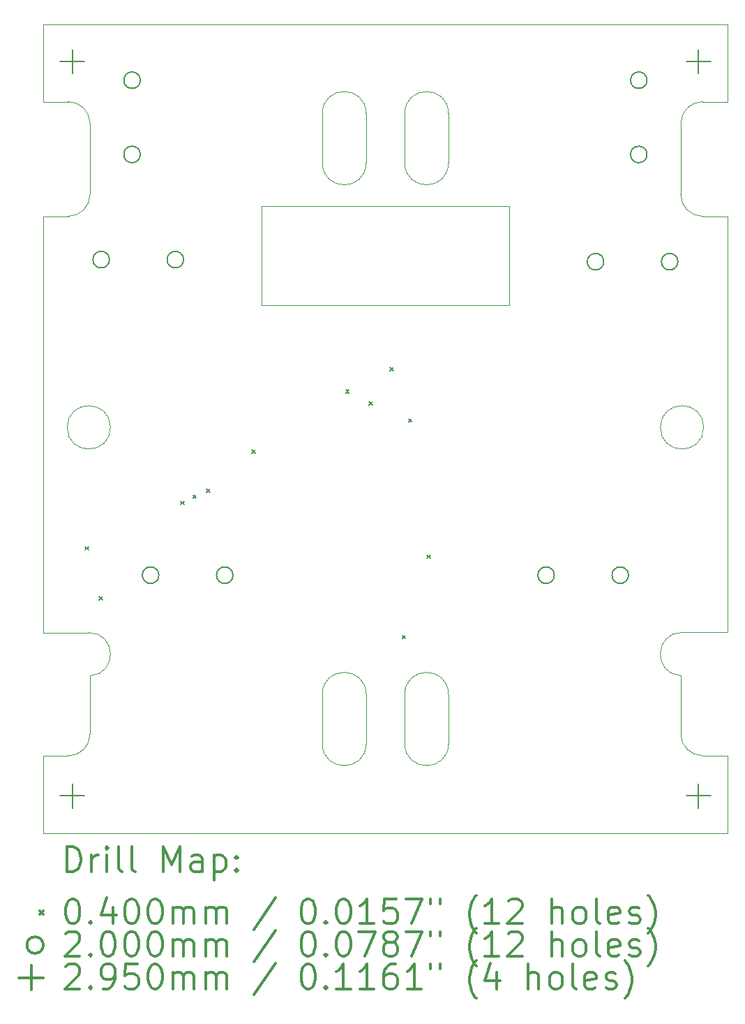
<source format=gbr>
%FSLAX45Y45*%
G04 Gerber Fmt 4.5, Leading zero omitted, Abs format (unit mm)*
G04 Created by KiCad (PCBNEW (5.1.10)-1) date 2022-06-07 21:34:29*
%MOMM*%
%LPD*%
G01*
G04 APERTURE LIST*
%TA.AperFunction,Profile*%
%ADD10C,0.050000*%
%TD*%
%ADD11C,0.200000*%
%ADD12C,0.300000*%
G04 APERTURE END LIST*
D10*
X18000000Y-5910000D02*
G75*
G03*
X17735000Y-6175000I0J-265000D01*
G01*
X18000000Y-5910000D02*
X18300000Y-5910000D01*
X17735000Y-7035000D02*
G75*
G03*
X18000000Y-7300000I265000J0D01*
G01*
X17735000Y-7035000D02*
X17735000Y-6175000D01*
X18000000Y-7300000D02*
X18300000Y-7300000D01*
X18300000Y-5910000D02*
X18300000Y-4975000D01*
X18300000Y-12343500D02*
X18300000Y-7300000D01*
X18300000Y-14775000D02*
X18300000Y-13838000D01*
X10000000Y-13840000D02*
X10000000Y-14775000D01*
X10000000Y-7300000D02*
X10000000Y-12345500D01*
X10000000Y-4975000D02*
X10000000Y-5910000D01*
X17750000Y-12343500D02*
X18300000Y-12343500D01*
X18000000Y-13838000D02*
G75*
G02*
X17735000Y-13573000I0J265000D01*
G01*
X18000000Y-13838000D02*
X18300000Y-13838000D01*
X17735000Y-12868000D02*
X17735000Y-13573000D01*
X17750000Y-12343571D02*
G75*
G03*
X17735000Y-12868000I0J-262429D01*
G01*
X10550000Y-12345571D02*
G75*
G02*
X10565000Y-12870000I0J-262429D01*
G01*
X10550000Y-12345500D02*
X10000000Y-12345500D01*
X10300000Y-13840000D02*
G75*
G03*
X10565000Y-13575000I0J265000D01*
G01*
X10565000Y-12870000D02*
X10565000Y-13575000D01*
X10300000Y-13840000D02*
X10000000Y-13840000D01*
X10300000Y-7300000D02*
X10000000Y-7300000D01*
X10565000Y-7035000D02*
X10565000Y-6175000D01*
X10565000Y-7035000D02*
G75*
G02*
X10300000Y-7300000I-265000J0D01*
G01*
X10300000Y-5910000D02*
X10000000Y-5910000D01*
X10300000Y-5910000D02*
G75*
G02*
X10565000Y-6175000I0J-265000D01*
G01*
X12650000Y-8375000D02*
X12650000Y-7175000D01*
X15650000Y-8375000D02*
X12650000Y-8375000D01*
X15650000Y-7175000D02*
X15650000Y-8375000D01*
X12650000Y-7175000D02*
X15650000Y-7175000D01*
X14915000Y-13693000D02*
G75*
G02*
X14385000Y-13693000I-265000J0D01*
G01*
X14385000Y-13093000D02*
G75*
G02*
X14915000Y-13093000I265000J0D01*
G01*
X13915000Y-13693000D02*
G75*
G02*
X13385000Y-13693000I-265000J0D01*
G01*
X13385000Y-13093000D02*
G75*
G02*
X13915000Y-13093000I265000J0D01*
G01*
X14915000Y-6653000D02*
G75*
G02*
X14385000Y-6653000I-265000J0D01*
G01*
X14385000Y-6053000D02*
G75*
G02*
X14915000Y-6053000I265000J0D01*
G01*
X13915000Y-6653000D02*
G75*
G02*
X13385000Y-6653000I-265000J0D01*
G01*
X13385000Y-6053000D02*
G75*
G02*
X13915000Y-6053000I265000J0D01*
G01*
X14915000Y-13693000D02*
X14915000Y-13093000D01*
X14385000Y-13093000D02*
X14385000Y-13693000D01*
X13915000Y-13693000D02*
X13915000Y-13093000D01*
X13385000Y-13093000D02*
X13385000Y-13693000D01*
X14915000Y-6053000D02*
X14915000Y-6653000D01*
X14385000Y-6053000D02*
X14385000Y-6653000D01*
X13915000Y-6053000D02*
X13915000Y-6653000D01*
X13385000Y-6653000D02*
X13385000Y-6053000D01*
X18012500Y-9858000D02*
G75*
G03*
X18012500Y-9858000I-262500J0D01*
G01*
X10812500Y-9858000D02*
G75*
G03*
X10812500Y-9858000I-262500J0D01*
G01*
X18300000Y-4975000D02*
X10000000Y-4975000D01*
X10000000Y-14775000D02*
X18300000Y-14775000D01*
D11*
X10505000Y-11305000D02*
X10545000Y-11345000D01*
X10545000Y-11305000D02*
X10505000Y-11345000D01*
X10672500Y-11912500D02*
X10712500Y-11952500D01*
X10712500Y-11912500D02*
X10672500Y-11952500D01*
X11669100Y-10755000D02*
X11709100Y-10795000D01*
X11709100Y-10755000D02*
X11669100Y-10795000D01*
X11815150Y-10678300D02*
X11855150Y-10718300D01*
X11855150Y-10678300D02*
X11815150Y-10718300D01*
X11980000Y-10605000D02*
X12020000Y-10645000D01*
X12020000Y-10605000D02*
X11980000Y-10645000D01*
X12530000Y-10130000D02*
X12570000Y-10170000D01*
X12570000Y-10130000D02*
X12530000Y-10170000D01*
X13669350Y-9401950D02*
X13709350Y-9441950D01*
X13709350Y-9401950D02*
X13669350Y-9441950D01*
X13955100Y-9548000D02*
X13995100Y-9588000D01*
X13995100Y-9548000D02*
X13955100Y-9588000D01*
X14205000Y-9130000D02*
X14245000Y-9170000D01*
X14245000Y-9130000D02*
X14205000Y-9170000D01*
X14355000Y-12380000D02*
X14395000Y-12420000D01*
X14395000Y-12380000D02*
X14355000Y-12420000D01*
X14430000Y-9755000D02*
X14470000Y-9795000D01*
X14470000Y-9755000D02*
X14430000Y-9795000D01*
X14655000Y-11405000D02*
X14695000Y-11445000D01*
X14695000Y-11405000D02*
X14655000Y-11445000D01*
X10800000Y-7825000D02*
G75*
G03*
X10800000Y-7825000I-100000J0D01*
G01*
X11175000Y-5650000D02*
G75*
G03*
X11175000Y-5650000I-100000J0D01*
G01*
X11175000Y-6550000D02*
G75*
G03*
X11175000Y-6550000I-100000J0D01*
G01*
X11400000Y-11650000D02*
G75*
G03*
X11400000Y-11650000I-100000J0D01*
G01*
X11700000Y-7825000D02*
G75*
G03*
X11700000Y-7825000I-100000J0D01*
G01*
X12300000Y-11650000D02*
G75*
G03*
X12300000Y-11650000I-100000J0D01*
G01*
X16200000Y-11650000D02*
G75*
G03*
X16200000Y-11650000I-100000J0D01*
G01*
X16800000Y-7850000D02*
G75*
G03*
X16800000Y-7850000I-100000J0D01*
G01*
X17100000Y-11650000D02*
G75*
G03*
X17100000Y-11650000I-100000J0D01*
G01*
X17325000Y-5650000D02*
G75*
G03*
X17325000Y-5650000I-100000J0D01*
G01*
X17325000Y-6550000D02*
G75*
G03*
X17325000Y-6550000I-100000J0D01*
G01*
X17700000Y-7850000D02*
G75*
G03*
X17700000Y-7850000I-100000J0D01*
G01*
X10350000Y-5275500D02*
X10350000Y-5570500D01*
X10202500Y-5423000D02*
X10497500Y-5423000D01*
X10350000Y-14175500D02*
X10350000Y-14470500D01*
X10202500Y-14323000D02*
X10497500Y-14323000D01*
X17950000Y-5275500D02*
X17950000Y-5570500D01*
X17802500Y-5423000D02*
X18097500Y-5423000D01*
X17950000Y-14175500D02*
X17950000Y-14470500D01*
X17802500Y-14323000D02*
X18097500Y-14323000D01*
D12*
X10283928Y-15243214D02*
X10283928Y-14943214D01*
X10355357Y-14943214D01*
X10398214Y-14957500D01*
X10426786Y-14986071D01*
X10441071Y-15014643D01*
X10455357Y-15071786D01*
X10455357Y-15114643D01*
X10441071Y-15171786D01*
X10426786Y-15200357D01*
X10398214Y-15228929D01*
X10355357Y-15243214D01*
X10283928Y-15243214D01*
X10583928Y-15243214D02*
X10583928Y-15043214D01*
X10583928Y-15100357D02*
X10598214Y-15071786D01*
X10612500Y-15057500D01*
X10641071Y-15043214D01*
X10669643Y-15043214D01*
X10769643Y-15243214D02*
X10769643Y-15043214D01*
X10769643Y-14943214D02*
X10755357Y-14957500D01*
X10769643Y-14971786D01*
X10783928Y-14957500D01*
X10769643Y-14943214D01*
X10769643Y-14971786D01*
X10955357Y-15243214D02*
X10926786Y-15228929D01*
X10912500Y-15200357D01*
X10912500Y-14943214D01*
X11112500Y-15243214D02*
X11083928Y-15228929D01*
X11069643Y-15200357D01*
X11069643Y-14943214D01*
X11455357Y-15243214D02*
X11455357Y-14943214D01*
X11555357Y-15157500D01*
X11655357Y-14943214D01*
X11655357Y-15243214D01*
X11926786Y-15243214D02*
X11926786Y-15086071D01*
X11912500Y-15057500D01*
X11883928Y-15043214D01*
X11826786Y-15043214D01*
X11798214Y-15057500D01*
X11926786Y-15228929D02*
X11898214Y-15243214D01*
X11826786Y-15243214D01*
X11798214Y-15228929D01*
X11783928Y-15200357D01*
X11783928Y-15171786D01*
X11798214Y-15143214D01*
X11826786Y-15128929D01*
X11898214Y-15128929D01*
X11926786Y-15114643D01*
X12069643Y-15043214D02*
X12069643Y-15343214D01*
X12069643Y-15057500D02*
X12098214Y-15043214D01*
X12155357Y-15043214D01*
X12183928Y-15057500D01*
X12198214Y-15071786D01*
X12212500Y-15100357D01*
X12212500Y-15186071D01*
X12198214Y-15214643D01*
X12183928Y-15228929D01*
X12155357Y-15243214D01*
X12098214Y-15243214D01*
X12069643Y-15228929D01*
X12341071Y-15214643D02*
X12355357Y-15228929D01*
X12341071Y-15243214D01*
X12326786Y-15228929D01*
X12341071Y-15214643D01*
X12341071Y-15243214D01*
X12341071Y-15057500D02*
X12355357Y-15071786D01*
X12341071Y-15086071D01*
X12326786Y-15071786D01*
X12341071Y-15057500D01*
X12341071Y-15086071D01*
X9957500Y-15717500D02*
X9997500Y-15757500D01*
X9997500Y-15717500D02*
X9957500Y-15757500D01*
X10341071Y-15573214D02*
X10369643Y-15573214D01*
X10398214Y-15587500D01*
X10412500Y-15601786D01*
X10426786Y-15630357D01*
X10441071Y-15687500D01*
X10441071Y-15758929D01*
X10426786Y-15816071D01*
X10412500Y-15844643D01*
X10398214Y-15858929D01*
X10369643Y-15873214D01*
X10341071Y-15873214D01*
X10312500Y-15858929D01*
X10298214Y-15844643D01*
X10283928Y-15816071D01*
X10269643Y-15758929D01*
X10269643Y-15687500D01*
X10283928Y-15630357D01*
X10298214Y-15601786D01*
X10312500Y-15587500D01*
X10341071Y-15573214D01*
X10569643Y-15844643D02*
X10583928Y-15858929D01*
X10569643Y-15873214D01*
X10555357Y-15858929D01*
X10569643Y-15844643D01*
X10569643Y-15873214D01*
X10841071Y-15673214D02*
X10841071Y-15873214D01*
X10769643Y-15558929D02*
X10698214Y-15773214D01*
X10883928Y-15773214D01*
X11055357Y-15573214D02*
X11083928Y-15573214D01*
X11112500Y-15587500D01*
X11126786Y-15601786D01*
X11141071Y-15630357D01*
X11155357Y-15687500D01*
X11155357Y-15758929D01*
X11141071Y-15816071D01*
X11126786Y-15844643D01*
X11112500Y-15858929D01*
X11083928Y-15873214D01*
X11055357Y-15873214D01*
X11026786Y-15858929D01*
X11012500Y-15844643D01*
X10998214Y-15816071D01*
X10983928Y-15758929D01*
X10983928Y-15687500D01*
X10998214Y-15630357D01*
X11012500Y-15601786D01*
X11026786Y-15587500D01*
X11055357Y-15573214D01*
X11341071Y-15573214D02*
X11369643Y-15573214D01*
X11398214Y-15587500D01*
X11412500Y-15601786D01*
X11426786Y-15630357D01*
X11441071Y-15687500D01*
X11441071Y-15758929D01*
X11426786Y-15816071D01*
X11412500Y-15844643D01*
X11398214Y-15858929D01*
X11369643Y-15873214D01*
X11341071Y-15873214D01*
X11312500Y-15858929D01*
X11298214Y-15844643D01*
X11283928Y-15816071D01*
X11269643Y-15758929D01*
X11269643Y-15687500D01*
X11283928Y-15630357D01*
X11298214Y-15601786D01*
X11312500Y-15587500D01*
X11341071Y-15573214D01*
X11569643Y-15873214D02*
X11569643Y-15673214D01*
X11569643Y-15701786D02*
X11583928Y-15687500D01*
X11612500Y-15673214D01*
X11655357Y-15673214D01*
X11683928Y-15687500D01*
X11698214Y-15716071D01*
X11698214Y-15873214D01*
X11698214Y-15716071D02*
X11712500Y-15687500D01*
X11741071Y-15673214D01*
X11783928Y-15673214D01*
X11812500Y-15687500D01*
X11826786Y-15716071D01*
X11826786Y-15873214D01*
X11969643Y-15873214D02*
X11969643Y-15673214D01*
X11969643Y-15701786D02*
X11983928Y-15687500D01*
X12012500Y-15673214D01*
X12055357Y-15673214D01*
X12083928Y-15687500D01*
X12098214Y-15716071D01*
X12098214Y-15873214D01*
X12098214Y-15716071D02*
X12112500Y-15687500D01*
X12141071Y-15673214D01*
X12183928Y-15673214D01*
X12212500Y-15687500D01*
X12226786Y-15716071D01*
X12226786Y-15873214D01*
X12812500Y-15558929D02*
X12555357Y-15944643D01*
X13198214Y-15573214D02*
X13226786Y-15573214D01*
X13255357Y-15587500D01*
X13269643Y-15601786D01*
X13283928Y-15630357D01*
X13298214Y-15687500D01*
X13298214Y-15758929D01*
X13283928Y-15816071D01*
X13269643Y-15844643D01*
X13255357Y-15858929D01*
X13226786Y-15873214D01*
X13198214Y-15873214D01*
X13169643Y-15858929D01*
X13155357Y-15844643D01*
X13141071Y-15816071D01*
X13126786Y-15758929D01*
X13126786Y-15687500D01*
X13141071Y-15630357D01*
X13155357Y-15601786D01*
X13169643Y-15587500D01*
X13198214Y-15573214D01*
X13426786Y-15844643D02*
X13441071Y-15858929D01*
X13426786Y-15873214D01*
X13412500Y-15858929D01*
X13426786Y-15844643D01*
X13426786Y-15873214D01*
X13626786Y-15573214D02*
X13655357Y-15573214D01*
X13683928Y-15587500D01*
X13698214Y-15601786D01*
X13712500Y-15630357D01*
X13726786Y-15687500D01*
X13726786Y-15758929D01*
X13712500Y-15816071D01*
X13698214Y-15844643D01*
X13683928Y-15858929D01*
X13655357Y-15873214D01*
X13626786Y-15873214D01*
X13598214Y-15858929D01*
X13583928Y-15844643D01*
X13569643Y-15816071D01*
X13555357Y-15758929D01*
X13555357Y-15687500D01*
X13569643Y-15630357D01*
X13583928Y-15601786D01*
X13598214Y-15587500D01*
X13626786Y-15573214D01*
X14012500Y-15873214D02*
X13841071Y-15873214D01*
X13926786Y-15873214D02*
X13926786Y-15573214D01*
X13898214Y-15616071D01*
X13869643Y-15644643D01*
X13841071Y-15658929D01*
X14283928Y-15573214D02*
X14141071Y-15573214D01*
X14126786Y-15716071D01*
X14141071Y-15701786D01*
X14169643Y-15687500D01*
X14241071Y-15687500D01*
X14269643Y-15701786D01*
X14283928Y-15716071D01*
X14298214Y-15744643D01*
X14298214Y-15816071D01*
X14283928Y-15844643D01*
X14269643Y-15858929D01*
X14241071Y-15873214D01*
X14169643Y-15873214D01*
X14141071Y-15858929D01*
X14126786Y-15844643D01*
X14398214Y-15573214D02*
X14598214Y-15573214D01*
X14469643Y-15873214D01*
X14698214Y-15573214D02*
X14698214Y-15630357D01*
X14812500Y-15573214D02*
X14812500Y-15630357D01*
X15255357Y-15987500D02*
X15241071Y-15973214D01*
X15212500Y-15930357D01*
X15198214Y-15901786D01*
X15183928Y-15858929D01*
X15169643Y-15787500D01*
X15169643Y-15730357D01*
X15183928Y-15658929D01*
X15198214Y-15616071D01*
X15212500Y-15587500D01*
X15241071Y-15544643D01*
X15255357Y-15530357D01*
X15526786Y-15873214D02*
X15355357Y-15873214D01*
X15441071Y-15873214D02*
X15441071Y-15573214D01*
X15412500Y-15616071D01*
X15383928Y-15644643D01*
X15355357Y-15658929D01*
X15641071Y-15601786D02*
X15655357Y-15587500D01*
X15683928Y-15573214D01*
X15755357Y-15573214D01*
X15783928Y-15587500D01*
X15798214Y-15601786D01*
X15812500Y-15630357D01*
X15812500Y-15658929D01*
X15798214Y-15701786D01*
X15626786Y-15873214D01*
X15812500Y-15873214D01*
X16169643Y-15873214D02*
X16169643Y-15573214D01*
X16298214Y-15873214D02*
X16298214Y-15716071D01*
X16283928Y-15687500D01*
X16255357Y-15673214D01*
X16212500Y-15673214D01*
X16183928Y-15687500D01*
X16169643Y-15701786D01*
X16483928Y-15873214D02*
X16455357Y-15858929D01*
X16441071Y-15844643D01*
X16426786Y-15816071D01*
X16426786Y-15730357D01*
X16441071Y-15701786D01*
X16455357Y-15687500D01*
X16483928Y-15673214D01*
X16526786Y-15673214D01*
X16555357Y-15687500D01*
X16569643Y-15701786D01*
X16583928Y-15730357D01*
X16583928Y-15816071D01*
X16569643Y-15844643D01*
X16555357Y-15858929D01*
X16526786Y-15873214D01*
X16483928Y-15873214D01*
X16755357Y-15873214D02*
X16726786Y-15858929D01*
X16712500Y-15830357D01*
X16712500Y-15573214D01*
X16983928Y-15858929D02*
X16955357Y-15873214D01*
X16898214Y-15873214D01*
X16869643Y-15858929D01*
X16855357Y-15830357D01*
X16855357Y-15716071D01*
X16869643Y-15687500D01*
X16898214Y-15673214D01*
X16955357Y-15673214D01*
X16983928Y-15687500D01*
X16998214Y-15716071D01*
X16998214Y-15744643D01*
X16855357Y-15773214D01*
X17112500Y-15858929D02*
X17141071Y-15873214D01*
X17198214Y-15873214D01*
X17226786Y-15858929D01*
X17241071Y-15830357D01*
X17241071Y-15816071D01*
X17226786Y-15787500D01*
X17198214Y-15773214D01*
X17155357Y-15773214D01*
X17126786Y-15758929D01*
X17112500Y-15730357D01*
X17112500Y-15716071D01*
X17126786Y-15687500D01*
X17155357Y-15673214D01*
X17198214Y-15673214D01*
X17226786Y-15687500D01*
X17341071Y-15987500D02*
X17355357Y-15973214D01*
X17383928Y-15930357D01*
X17398214Y-15901786D01*
X17412500Y-15858929D01*
X17426786Y-15787500D01*
X17426786Y-15730357D01*
X17412500Y-15658929D01*
X17398214Y-15616071D01*
X17383928Y-15587500D01*
X17355357Y-15544643D01*
X17341071Y-15530357D01*
X9997500Y-16133500D02*
G75*
G03*
X9997500Y-16133500I-100000J0D01*
G01*
X10269643Y-15997786D02*
X10283928Y-15983500D01*
X10312500Y-15969214D01*
X10383928Y-15969214D01*
X10412500Y-15983500D01*
X10426786Y-15997786D01*
X10441071Y-16026357D01*
X10441071Y-16054929D01*
X10426786Y-16097786D01*
X10255357Y-16269214D01*
X10441071Y-16269214D01*
X10569643Y-16240643D02*
X10583928Y-16254929D01*
X10569643Y-16269214D01*
X10555357Y-16254929D01*
X10569643Y-16240643D01*
X10569643Y-16269214D01*
X10769643Y-15969214D02*
X10798214Y-15969214D01*
X10826786Y-15983500D01*
X10841071Y-15997786D01*
X10855357Y-16026357D01*
X10869643Y-16083500D01*
X10869643Y-16154929D01*
X10855357Y-16212071D01*
X10841071Y-16240643D01*
X10826786Y-16254929D01*
X10798214Y-16269214D01*
X10769643Y-16269214D01*
X10741071Y-16254929D01*
X10726786Y-16240643D01*
X10712500Y-16212071D01*
X10698214Y-16154929D01*
X10698214Y-16083500D01*
X10712500Y-16026357D01*
X10726786Y-15997786D01*
X10741071Y-15983500D01*
X10769643Y-15969214D01*
X11055357Y-15969214D02*
X11083928Y-15969214D01*
X11112500Y-15983500D01*
X11126786Y-15997786D01*
X11141071Y-16026357D01*
X11155357Y-16083500D01*
X11155357Y-16154929D01*
X11141071Y-16212071D01*
X11126786Y-16240643D01*
X11112500Y-16254929D01*
X11083928Y-16269214D01*
X11055357Y-16269214D01*
X11026786Y-16254929D01*
X11012500Y-16240643D01*
X10998214Y-16212071D01*
X10983928Y-16154929D01*
X10983928Y-16083500D01*
X10998214Y-16026357D01*
X11012500Y-15997786D01*
X11026786Y-15983500D01*
X11055357Y-15969214D01*
X11341071Y-15969214D02*
X11369643Y-15969214D01*
X11398214Y-15983500D01*
X11412500Y-15997786D01*
X11426786Y-16026357D01*
X11441071Y-16083500D01*
X11441071Y-16154929D01*
X11426786Y-16212071D01*
X11412500Y-16240643D01*
X11398214Y-16254929D01*
X11369643Y-16269214D01*
X11341071Y-16269214D01*
X11312500Y-16254929D01*
X11298214Y-16240643D01*
X11283928Y-16212071D01*
X11269643Y-16154929D01*
X11269643Y-16083500D01*
X11283928Y-16026357D01*
X11298214Y-15997786D01*
X11312500Y-15983500D01*
X11341071Y-15969214D01*
X11569643Y-16269214D02*
X11569643Y-16069214D01*
X11569643Y-16097786D02*
X11583928Y-16083500D01*
X11612500Y-16069214D01*
X11655357Y-16069214D01*
X11683928Y-16083500D01*
X11698214Y-16112071D01*
X11698214Y-16269214D01*
X11698214Y-16112071D02*
X11712500Y-16083500D01*
X11741071Y-16069214D01*
X11783928Y-16069214D01*
X11812500Y-16083500D01*
X11826786Y-16112071D01*
X11826786Y-16269214D01*
X11969643Y-16269214D02*
X11969643Y-16069214D01*
X11969643Y-16097786D02*
X11983928Y-16083500D01*
X12012500Y-16069214D01*
X12055357Y-16069214D01*
X12083928Y-16083500D01*
X12098214Y-16112071D01*
X12098214Y-16269214D01*
X12098214Y-16112071D02*
X12112500Y-16083500D01*
X12141071Y-16069214D01*
X12183928Y-16069214D01*
X12212500Y-16083500D01*
X12226786Y-16112071D01*
X12226786Y-16269214D01*
X12812500Y-15954929D02*
X12555357Y-16340643D01*
X13198214Y-15969214D02*
X13226786Y-15969214D01*
X13255357Y-15983500D01*
X13269643Y-15997786D01*
X13283928Y-16026357D01*
X13298214Y-16083500D01*
X13298214Y-16154929D01*
X13283928Y-16212071D01*
X13269643Y-16240643D01*
X13255357Y-16254929D01*
X13226786Y-16269214D01*
X13198214Y-16269214D01*
X13169643Y-16254929D01*
X13155357Y-16240643D01*
X13141071Y-16212071D01*
X13126786Y-16154929D01*
X13126786Y-16083500D01*
X13141071Y-16026357D01*
X13155357Y-15997786D01*
X13169643Y-15983500D01*
X13198214Y-15969214D01*
X13426786Y-16240643D02*
X13441071Y-16254929D01*
X13426786Y-16269214D01*
X13412500Y-16254929D01*
X13426786Y-16240643D01*
X13426786Y-16269214D01*
X13626786Y-15969214D02*
X13655357Y-15969214D01*
X13683928Y-15983500D01*
X13698214Y-15997786D01*
X13712500Y-16026357D01*
X13726786Y-16083500D01*
X13726786Y-16154929D01*
X13712500Y-16212071D01*
X13698214Y-16240643D01*
X13683928Y-16254929D01*
X13655357Y-16269214D01*
X13626786Y-16269214D01*
X13598214Y-16254929D01*
X13583928Y-16240643D01*
X13569643Y-16212071D01*
X13555357Y-16154929D01*
X13555357Y-16083500D01*
X13569643Y-16026357D01*
X13583928Y-15997786D01*
X13598214Y-15983500D01*
X13626786Y-15969214D01*
X13826786Y-15969214D02*
X14026786Y-15969214D01*
X13898214Y-16269214D01*
X14183928Y-16097786D02*
X14155357Y-16083500D01*
X14141071Y-16069214D01*
X14126786Y-16040643D01*
X14126786Y-16026357D01*
X14141071Y-15997786D01*
X14155357Y-15983500D01*
X14183928Y-15969214D01*
X14241071Y-15969214D01*
X14269643Y-15983500D01*
X14283928Y-15997786D01*
X14298214Y-16026357D01*
X14298214Y-16040643D01*
X14283928Y-16069214D01*
X14269643Y-16083500D01*
X14241071Y-16097786D01*
X14183928Y-16097786D01*
X14155357Y-16112071D01*
X14141071Y-16126357D01*
X14126786Y-16154929D01*
X14126786Y-16212071D01*
X14141071Y-16240643D01*
X14155357Y-16254929D01*
X14183928Y-16269214D01*
X14241071Y-16269214D01*
X14269643Y-16254929D01*
X14283928Y-16240643D01*
X14298214Y-16212071D01*
X14298214Y-16154929D01*
X14283928Y-16126357D01*
X14269643Y-16112071D01*
X14241071Y-16097786D01*
X14398214Y-15969214D02*
X14598214Y-15969214D01*
X14469643Y-16269214D01*
X14698214Y-15969214D02*
X14698214Y-16026357D01*
X14812500Y-15969214D02*
X14812500Y-16026357D01*
X15255357Y-16383500D02*
X15241071Y-16369214D01*
X15212500Y-16326357D01*
X15198214Y-16297786D01*
X15183928Y-16254929D01*
X15169643Y-16183500D01*
X15169643Y-16126357D01*
X15183928Y-16054929D01*
X15198214Y-16012071D01*
X15212500Y-15983500D01*
X15241071Y-15940643D01*
X15255357Y-15926357D01*
X15526786Y-16269214D02*
X15355357Y-16269214D01*
X15441071Y-16269214D02*
X15441071Y-15969214D01*
X15412500Y-16012071D01*
X15383928Y-16040643D01*
X15355357Y-16054929D01*
X15641071Y-15997786D02*
X15655357Y-15983500D01*
X15683928Y-15969214D01*
X15755357Y-15969214D01*
X15783928Y-15983500D01*
X15798214Y-15997786D01*
X15812500Y-16026357D01*
X15812500Y-16054929D01*
X15798214Y-16097786D01*
X15626786Y-16269214D01*
X15812500Y-16269214D01*
X16169643Y-16269214D02*
X16169643Y-15969214D01*
X16298214Y-16269214D02*
X16298214Y-16112071D01*
X16283928Y-16083500D01*
X16255357Y-16069214D01*
X16212500Y-16069214D01*
X16183928Y-16083500D01*
X16169643Y-16097786D01*
X16483928Y-16269214D02*
X16455357Y-16254929D01*
X16441071Y-16240643D01*
X16426786Y-16212071D01*
X16426786Y-16126357D01*
X16441071Y-16097786D01*
X16455357Y-16083500D01*
X16483928Y-16069214D01*
X16526786Y-16069214D01*
X16555357Y-16083500D01*
X16569643Y-16097786D01*
X16583928Y-16126357D01*
X16583928Y-16212071D01*
X16569643Y-16240643D01*
X16555357Y-16254929D01*
X16526786Y-16269214D01*
X16483928Y-16269214D01*
X16755357Y-16269214D02*
X16726786Y-16254929D01*
X16712500Y-16226357D01*
X16712500Y-15969214D01*
X16983928Y-16254929D02*
X16955357Y-16269214D01*
X16898214Y-16269214D01*
X16869643Y-16254929D01*
X16855357Y-16226357D01*
X16855357Y-16112071D01*
X16869643Y-16083500D01*
X16898214Y-16069214D01*
X16955357Y-16069214D01*
X16983928Y-16083500D01*
X16998214Y-16112071D01*
X16998214Y-16140643D01*
X16855357Y-16169214D01*
X17112500Y-16254929D02*
X17141071Y-16269214D01*
X17198214Y-16269214D01*
X17226786Y-16254929D01*
X17241071Y-16226357D01*
X17241071Y-16212071D01*
X17226786Y-16183500D01*
X17198214Y-16169214D01*
X17155357Y-16169214D01*
X17126786Y-16154929D01*
X17112500Y-16126357D01*
X17112500Y-16112071D01*
X17126786Y-16083500D01*
X17155357Y-16069214D01*
X17198214Y-16069214D01*
X17226786Y-16083500D01*
X17341071Y-16383500D02*
X17355357Y-16369214D01*
X17383928Y-16326357D01*
X17398214Y-16297786D01*
X17412500Y-16254929D01*
X17426786Y-16183500D01*
X17426786Y-16126357D01*
X17412500Y-16054929D01*
X17398214Y-16012071D01*
X17383928Y-15983500D01*
X17355357Y-15940643D01*
X17341071Y-15926357D01*
X9850000Y-16382000D02*
X9850000Y-16677000D01*
X9702500Y-16529500D02*
X9997500Y-16529500D01*
X10269643Y-16393786D02*
X10283928Y-16379500D01*
X10312500Y-16365214D01*
X10383928Y-16365214D01*
X10412500Y-16379500D01*
X10426786Y-16393786D01*
X10441071Y-16422357D01*
X10441071Y-16450929D01*
X10426786Y-16493786D01*
X10255357Y-16665214D01*
X10441071Y-16665214D01*
X10569643Y-16636643D02*
X10583928Y-16650929D01*
X10569643Y-16665214D01*
X10555357Y-16650929D01*
X10569643Y-16636643D01*
X10569643Y-16665214D01*
X10726786Y-16665214D02*
X10783928Y-16665214D01*
X10812500Y-16650929D01*
X10826786Y-16636643D01*
X10855357Y-16593786D01*
X10869643Y-16536643D01*
X10869643Y-16422357D01*
X10855357Y-16393786D01*
X10841071Y-16379500D01*
X10812500Y-16365214D01*
X10755357Y-16365214D01*
X10726786Y-16379500D01*
X10712500Y-16393786D01*
X10698214Y-16422357D01*
X10698214Y-16493786D01*
X10712500Y-16522357D01*
X10726786Y-16536643D01*
X10755357Y-16550929D01*
X10812500Y-16550929D01*
X10841071Y-16536643D01*
X10855357Y-16522357D01*
X10869643Y-16493786D01*
X11141071Y-16365214D02*
X10998214Y-16365214D01*
X10983928Y-16508071D01*
X10998214Y-16493786D01*
X11026786Y-16479500D01*
X11098214Y-16479500D01*
X11126786Y-16493786D01*
X11141071Y-16508071D01*
X11155357Y-16536643D01*
X11155357Y-16608071D01*
X11141071Y-16636643D01*
X11126786Y-16650929D01*
X11098214Y-16665214D01*
X11026786Y-16665214D01*
X10998214Y-16650929D01*
X10983928Y-16636643D01*
X11341071Y-16365214D02*
X11369643Y-16365214D01*
X11398214Y-16379500D01*
X11412500Y-16393786D01*
X11426786Y-16422357D01*
X11441071Y-16479500D01*
X11441071Y-16550929D01*
X11426786Y-16608071D01*
X11412500Y-16636643D01*
X11398214Y-16650929D01*
X11369643Y-16665214D01*
X11341071Y-16665214D01*
X11312500Y-16650929D01*
X11298214Y-16636643D01*
X11283928Y-16608071D01*
X11269643Y-16550929D01*
X11269643Y-16479500D01*
X11283928Y-16422357D01*
X11298214Y-16393786D01*
X11312500Y-16379500D01*
X11341071Y-16365214D01*
X11569643Y-16665214D02*
X11569643Y-16465214D01*
X11569643Y-16493786D02*
X11583928Y-16479500D01*
X11612500Y-16465214D01*
X11655357Y-16465214D01*
X11683928Y-16479500D01*
X11698214Y-16508071D01*
X11698214Y-16665214D01*
X11698214Y-16508071D02*
X11712500Y-16479500D01*
X11741071Y-16465214D01*
X11783928Y-16465214D01*
X11812500Y-16479500D01*
X11826786Y-16508071D01*
X11826786Y-16665214D01*
X11969643Y-16665214D02*
X11969643Y-16465214D01*
X11969643Y-16493786D02*
X11983928Y-16479500D01*
X12012500Y-16465214D01*
X12055357Y-16465214D01*
X12083928Y-16479500D01*
X12098214Y-16508071D01*
X12098214Y-16665214D01*
X12098214Y-16508071D02*
X12112500Y-16479500D01*
X12141071Y-16465214D01*
X12183928Y-16465214D01*
X12212500Y-16479500D01*
X12226786Y-16508071D01*
X12226786Y-16665214D01*
X12812500Y-16350929D02*
X12555357Y-16736643D01*
X13198214Y-16365214D02*
X13226786Y-16365214D01*
X13255357Y-16379500D01*
X13269643Y-16393786D01*
X13283928Y-16422357D01*
X13298214Y-16479500D01*
X13298214Y-16550929D01*
X13283928Y-16608071D01*
X13269643Y-16636643D01*
X13255357Y-16650929D01*
X13226786Y-16665214D01*
X13198214Y-16665214D01*
X13169643Y-16650929D01*
X13155357Y-16636643D01*
X13141071Y-16608071D01*
X13126786Y-16550929D01*
X13126786Y-16479500D01*
X13141071Y-16422357D01*
X13155357Y-16393786D01*
X13169643Y-16379500D01*
X13198214Y-16365214D01*
X13426786Y-16636643D02*
X13441071Y-16650929D01*
X13426786Y-16665214D01*
X13412500Y-16650929D01*
X13426786Y-16636643D01*
X13426786Y-16665214D01*
X13726786Y-16665214D02*
X13555357Y-16665214D01*
X13641071Y-16665214D02*
X13641071Y-16365214D01*
X13612500Y-16408071D01*
X13583928Y-16436643D01*
X13555357Y-16450929D01*
X14012500Y-16665214D02*
X13841071Y-16665214D01*
X13926786Y-16665214D02*
X13926786Y-16365214D01*
X13898214Y-16408071D01*
X13869643Y-16436643D01*
X13841071Y-16450929D01*
X14269643Y-16365214D02*
X14212500Y-16365214D01*
X14183928Y-16379500D01*
X14169643Y-16393786D01*
X14141071Y-16436643D01*
X14126786Y-16493786D01*
X14126786Y-16608071D01*
X14141071Y-16636643D01*
X14155357Y-16650929D01*
X14183928Y-16665214D01*
X14241071Y-16665214D01*
X14269643Y-16650929D01*
X14283928Y-16636643D01*
X14298214Y-16608071D01*
X14298214Y-16536643D01*
X14283928Y-16508071D01*
X14269643Y-16493786D01*
X14241071Y-16479500D01*
X14183928Y-16479500D01*
X14155357Y-16493786D01*
X14141071Y-16508071D01*
X14126786Y-16536643D01*
X14583928Y-16665214D02*
X14412500Y-16665214D01*
X14498214Y-16665214D02*
X14498214Y-16365214D01*
X14469643Y-16408071D01*
X14441071Y-16436643D01*
X14412500Y-16450929D01*
X14698214Y-16365214D02*
X14698214Y-16422357D01*
X14812500Y-16365214D02*
X14812500Y-16422357D01*
X15255357Y-16779500D02*
X15241071Y-16765214D01*
X15212500Y-16722357D01*
X15198214Y-16693786D01*
X15183928Y-16650929D01*
X15169643Y-16579500D01*
X15169643Y-16522357D01*
X15183928Y-16450929D01*
X15198214Y-16408071D01*
X15212500Y-16379500D01*
X15241071Y-16336643D01*
X15255357Y-16322357D01*
X15498214Y-16465214D02*
X15498214Y-16665214D01*
X15426786Y-16350929D02*
X15355357Y-16565214D01*
X15541071Y-16565214D01*
X15883928Y-16665214D02*
X15883928Y-16365214D01*
X16012500Y-16665214D02*
X16012500Y-16508071D01*
X15998214Y-16479500D01*
X15969643Y-16465214D01*
X15926786Y-16465214D01*
X15898214Y-16479500D01*
X15883928Y-16493786D01*
X16198214Y-16665214D02*
X16169643Y-16650929D01*
X16155357Y-16636643D01*
X16141071Y-16608071D01*
X16141071Y-16522357D01*
X16155357Y-16493786D01*
X16169643Y-16479500D01*
X16198214Y-16465214D01*
X16241071Y-16465214D01*
X16269643Y-16479500D01*
X16283928Y-16493786D01*
X16298214Y-16522357D01*
X16298214Y-16608071D01*
X16283928Y-16636643D01*
X16269643Y-16650929D01*
X16241071Y-16665214D01*
X16198214Y-16665214D01*
X16469643Y-16665214D02*
X16441071Y-16650929D01*
X16426786Y-16622357D01*
X16426786Y-16365214D01*
X16698214Y-16650929D02*
X16669643Y-16665214D01*
X16612500Y-16665214D01*
X16583928Y-16650929D01*
X16569643Y-16622357D01*
X16569643Y-16508071D01*
X16583928Y-16479500D01*
X16612500Y-16465214D01*
X16669643Y-16465214D01*
X16698214Y-16479500D01*
X16712500Y-16508071D01*
X16712500Y-16536643D01*
X16569643Y-16565214D01*
X16826786Y-16650929D02*
X16855357Y-16665214D01*
X16912500Y-16665214D01*
X16941071Y-16650929D01*
X16955357Y-16622357D01*
X16955357Y-16608071D01*
X16941071Y-16579500D01*
X16912500Y-16565214D01*
X16869643Y-16565214D01*
X16841071Y-16550929D01*
X16826786Y-16522357D01*
X16826786Y-16508071D01*
X16841071Y-16479500D01*
X16869643Y-16465214D01*
X16912500Y-16465214D01*
X16941071Y-16479500D01*
X17055357Y-16779500D02*
X17069643Y-16765214D01*
X17098214Y-16722357D01*
X17112500Y-16693786D01*
X17126786Y-16650929D01*
X17141071Y-16579500D01*
X17141071Y-16522357D01*
X17126786Y-16450929D01*
X17112500Y-16408071D01*
X17098214Y-16379500D01*
X17069643Y-16336643D01*
X17055357Y-16322357D01*
M02*

</source>
